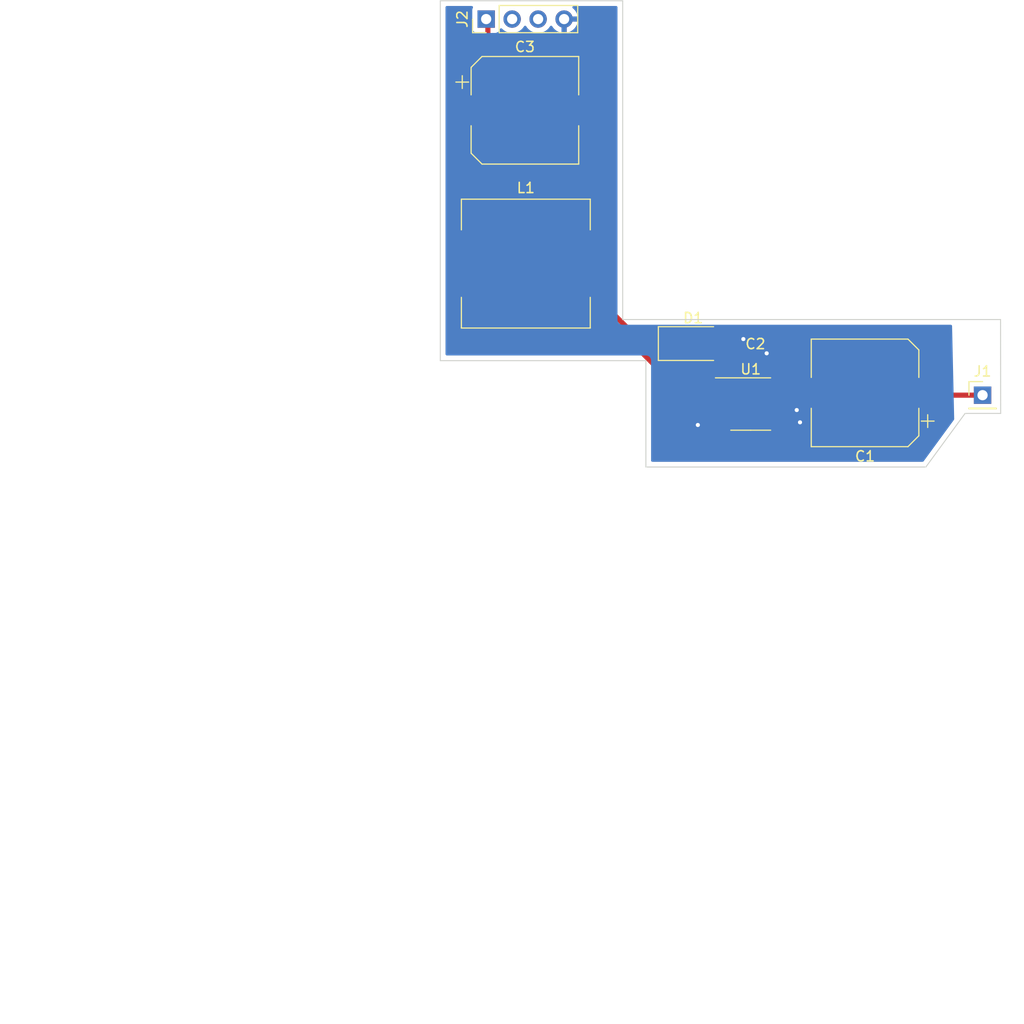
<source format=kicad_pcb>
(kicad_pcb (version 20211014) (generator pcbnew)
  (layers (0 "F.Cu" signal) (31 "B.Cu" signal) (34 "B.Paste" user) (35 "F.Paste" user) (36 "B.SilkS" user "B.Silkscreen") (37 "F.SilkS" user "F.Silkscreen") (38 "B.Mask" user) (39 "F.Mask" user) (44 "Edge.Cuts" user))
  (net 0 "")
  (net 1 "Net-(C1-Pad1)")
  (net 2 "Net-(C3-Pad1)")
  (net 3 "Net-(D1-Pad1)")
  (net 6 "GND")
  (footprint "Connector_PinHeader_2.54mm:PinHeader_1x01_P2.54mm_Vertical" (layer "F.Cu") (at 96 38.565)
    (fp_text reference "J1" (at 0 -2.33) (layer "F.SilkS"))
    (fp_text value "12V")
    (fp_line (start -1.33 1.27) (end 1.33 1.27) (layer "F.SilkS") (width 0.12))
    (fp_line (start 1.33 1.27) (end 1.33 1.33) (layer "F.SilkS") (width 0.12))
    (fp_line (start -1.33 -1.33) (end 0 -1.33) (layer "F.SilkS") (width 0.12))
    (fp_line (start -1.33 0) (end -1.33 -1.33) (layer "F.SilkS") (width 0.12))
    (fp_line (start -1.33 1.27) (end -1.33 1.33) (layer "F.SilkS") (width 0.12))
    (fp_line (start -1.33 1.33) (end 1.33 1.33) (layer "F.SilkS") (width 0.12))
    (pad "1" thru_hole rect locked (at 0 0) (size 1.7 1.7) (drill 1) (layers *.Cu *.Mask) (net 1 "Net-(C1-Pad1)"))
  )
  (footprint "Package_SO:SOP-8_3.9x4.9mm_P1.27mm" (layer "F.Cu") (at 73.33 39.43)
    (fp_text reference "U1" (at 0 -3.4) (layer "F.SilkS"))
    (fp_text value "XL-1509-3.3E1")
    (fp_line (start 0 -2.56) (end 1.95 -2.56) (layer "F.SilkS") (width 0.12))
    (fp_line (start 0 2.56) (end -1.95 2.56) (layer "F.SilkS") (width 0.12))
    (fp_line (start 0 -2.56) (end -3.45 -2.56) (layer "F.SilkS") (width 0.12))
    (fp_line (start 0 2.56) (end 1.95 2.56) (layer "F.SilkS") (width 0.12))
    (pad "1" smd roundrect locked (at -2.625 -1.905) (size 1.65 0.6) (layers "F.Cu" "F.Paste" "F.Mask") (net 1 "Net-(C1-Pad1)"))
    (pad "2" smd roundrect locked (at -2.625 -0.635) (size 1.65 0.6) (layers "F.Cu" "F.Paste" "F.Mask") (net 3 "Net-(D1-Pad1)"))
    (pad "3" smd roundrect locked (at -2.625 0.635) (size 1.65 0.6) (layers "F.Cu" "F.Paste" "F.Mask") (net 2 "Net-(C3-Pad1)"))
    (pad "4" smd roundrect locked (at -2.625 1.905) (size 1.65 0.6) (layers "F.Cu" "F.Paste" "F.Mask") (net 6 "GND"))
    (pad "5" smd roundrect locked (at 2.625 1.905) (size 1.65 0.6) (layers "F.Cu" "F.Paste" "F.Mask") (net 6 "GND"))
    (pad "6" smd roundrect locked (at 2.625 0.635) (size 1.65 0.6) (layers "F.Cu" "F.Paste" "F.Mask") (net 6 "GND"))
    (pad "7" smd roundrect locked (at 2.625 -0.635) (size 1.65 0.6) (layers "F.Cu" "F.Paste" "F.Mask") (net 6 "GND"))
    (pad "8" smd roundrect locked (at 2.625 -1.905) (size 1.65 0.6) (layers "F.Cu" "F.Paste" "F.Mask") (net 6 "GND"))
  )
  (footprint "Capacitor_SMD:CP_Elec_10x10" (layer "F.Cu") (at 84.51 38.34 180)
    (fp_text reference "C1" (at 0 -6.2) (layer "F.SilkS"))
    (fp_text value "470uF 35V")
    (fp_line (start -6.75 -2.76) (end -5.5 -2.76) (layer "F.SilkS") (width 0.12))
    (fp_line (start 5.26 5.26) (end 5.26 1.51) (layer "F.SilkS") (width 0.12))
    (fp_line (start -5.26 -4.195563) (end -4.195563 -5.26) (layer "F.SilkS") (width 0.12))
    (fp_line (start 5.26 -5.26) (end 5.26 -1.51) (layer "F.SilkS") (width 0.12))
    (fp_line (start -4.195563 -5.26) (end 5.26 -5.26) (layer "F.SilkS") (width 0.12))
    (fp_line (start -5.26 -4.195563) (end -5.26 -1.51) (layer "F.SilkS") (width 0.12))
    (fp_line (start -5.26 4.195563) (end -5.26 1.51) (layer "F.SilkS") (width 0.12))
    (fp_line (start -4.195563 5.26) (end 5.26 5.26) (layer "F.SilkS") (width 0.12))
    (fp_line (start -6.125 -3.385) (end -6.125 -2.135) (layer "F.SilkS") (width 0.12))
    (fp_line (start -5.26 4.195563) (end -4.195563 5.26) (layer "F.SilkS") (width 0.12))
    (pad "1" smd roundrect locked (at -4 0 180) (size 4 2.5) (layers "F.Cu" "F.Paste" "F.Mask") (roundrect_rratio 0.1) (net 1 "Net-(C1-Pad1)"))
    (pad "2" smd roundrect locked (at 4 0 180) (size 4 2.5) (layers "F.Cu" "F.Paste" "F.Mask") (roundrect_rratio 0.1) (net 6 "GND"))
  )
  (footprint "Capacitor_SMD:CP_Elec_10x10" (layer "F.Cu") (at 51.25 10.71)
    (fp_text reference "C3" (at 0 -6.2) (layer "F.SilkS"))
    (fp_text value "330uF 35V")
    (fp_line (start -4.195563 -5.26) (end 5.26 -5.26) (layer "F.SilkS") (width 0.12))
    (fp_line (start 5.26 -5.26) (end 5.26 -1.51) (layer "F.SilkS") (width 0.12))
    (fp_line (start 5.26 5.26) (end 5.26 1.51) (layer "F.SilkS") (width 0.12))
    (fp_line (start -5.26 -4.195563) (end -5.26 -1.51) (layer "F.SilkS") (width 0.12))
    (fp_line (start -5.26 -4.195563) (end -4.195563 -5.26) (layer "F.SilkS") (width 0.12))
    (fp_line (start -4.195563 5.26) (end 5.26 5.26) (layer "F.SilkS") (width 0.12))
    (fp_line (start -6.125 -3.385) (end -6.125 -2.135) (layer "F.SilkS") (width 0.12))
    (fp_line (start -5.26 4.195563) (end -5.26 1.51) (layer "F.SilkS") (width 0.12))
    (fp_line (start -5.26 4.195563) (end -4.195563 5.26) (layer "F.SilkS") (width 0.12))
    (fp_line (start -6.75 -2.76) (end -5.5 -2.76) (layer "F.SilkS") (width 0.12))
    (pad "1" smd roundrect locked (at -4 0) (size 4 2.5) (layers "F.Cu" "F.Paste" "F.Mask") (roundrect_rratio 0.1) (net 2 "Net-(C3-Pad1)"))
    (pad "2" smd roundrect locked (at 4 0) (size 4 2.5) (layers "F.Cu" "F.Paste" "F.Mask") (roundrect_rratio 0.1) (net 6 "GND"))
  )
  (footprint "Capacitor_SMD:C_0201_0603Metric" (layer "F.Cu") (at 73.79 34.61)
    (fp_text reference "C2" (at 0 -1.05) (layer "F.SilkS"))
    (fp_text value "1uF")
    (pad "1" smd roundrect locked (at -0.32 0) (size 0.46 0.4) (layers "F.Cu" "F.Mask") (net 1 "Net-(C1-Pad1)"))
    (pad "2" smd roundrect locked (at 0.32 0) (size 0.46 0.4) (layers "F.Cu" "F.Mask") (net 6 "GND"))
  )
  (footprint "Inductor_SMD:L_12x12mm_H8mm" (layer "F.Cu") (at 51.34 25.7)
    (fp_text reference "L1" (at 0 -7.4) (layer "F.SilkS"))
    (fp_text value "47uH / 2A")
    (fp_line (start 6.3 3.3) (end 6.3 6.3) (layer "F.SilkS") (width 0.12))
    (fp_line (start 6.3 6.3) (end -6.3 6.3) (layer "F.SilkS") (width 0.12))
    (fp_line (start -6.3 -6.3) (end 6.3 -6.3) (layer "F.SilkS") (width 0.12))
    (fp_line (start 6.3 -6.3) (end 6.3 -3.3) (layer "F.SilkS") (width 0.12))
    (fp_line (start -6.3 -3.3) (end -6.3 -6.3) (layer "F.SilkS") (width 0.12))
    (fp_line (start -6.3 6.3) (end -6.3 3.3) (layer "F.SilkS") (width 0.12))
    (pad "1" smd rect locked (at -4.95 0) (size 2.9 5.4) (layers "F.Cu" "F.Paste" "F.Mask") (net 3 "Net-(D1-Pad1)"))
    (pad "2" smd rect locked (at 4.95 0) (size 2.9 5.4) (layers "F.Cu" "F.Paste" "F.Mask") (net 2 "Net-(C3-Pad1)"))
  )
  (footprint "Diode_SMD:D_SMA" (layer "F.Cu") (at 67.7 33.52)
    (fp_text reference "D1" (at 0 -2.5) (layer "F.SilkS"))
    (fp_text value "SS34")
    (fp_line (start -3.4 -1.65) (end -3.4 1.65) (layer "F.SilkS") (width 0.12))
    (fp_line (start -3.4 1.65) (end 2 1.65) (layer "F.SilkS") (width 0.12))
    (fp_line (start -3.4 -1.65) (end 2 -1.65) (layer "F.SilkS") (width 0.12))
    (pad "1" smd rect locked (at -2 0) (size 2.5 1.8) (layers "F.Cu" "F.Paste" "F.Mask") (net 3 "Net-(D1-Pad1)"))
    (pad "2" smd rect locked (at 2 0) (size 2.5 1.8) (layers "F.Cu" "F.Paste" "F.Mask") (net 6 "GND"))
  )
  (footprint "Connector_PinHeader_2.54mm:PinHeader_1x04_P2.54mm_Vertical" (layer "F.Cu") (at 47.4625 1.79 90)
    (fp_text reference "J2" (at 0 -2.33 90) (layer "F.SilkS"))
    (fp_text value "i2c")
    (fp_line (start -1.33 0) (end -1.33 -1.33) (layer "F.SilkS") (width 0.12))
    (fp_line (start 1.33 1.27) (end 1.33 8.95) (layer "F.SilkS") (width 0.12))
    (fp_line (start -1.33 -1.33) (end 0 -1.33) (layer "F.SilkS") (width 0.12))
    (fp_line (start -1.33 1.27) (end -1.33 8.95) (layer "F.SilkS") (width 0.12))
    (fp_line (start -1.33 1.27) (end 1.33 1.27) (layer "F.SilkS") (width 0.12))
    (fp_line (start -1.33 8.95) (end 1.33 8.95) (layer "F.SilkS") (width 0.12))
    (pad "1" thru_hole rect locked (at 0 0 90) (size 1.7 1.7) (drill 1) (layers *.Cu *.Mask) (net 2 "Net-(C3-Pad1)"))
    (pad "2" thru_hole oval locked (at 0 2.54 90) (size 1.7 1.7) (drill 1) (layers *.Cu *.Mask))
    (pad "3" thru_hole oval locked (at 0 5.08 90) (size 1.7 1.7) (drill 1) (layers *.Cu *.Mask))
    (pad "4" thru_hole oval locked (at 0 7.62 90) (size 1.7 1.7) (drill 1) (layers *.Cu *.Mask) (net 6 "GND"))
  )
  (gr_line (start 42.98 0) (end 60.81 0) (layer "Edge.Cuts") (width 0.1))
  (gr_line (start 97.77 40.35) (end 97.76 31.17) (layer "Edge.Cuts") (width 0.1))
  (gr_line (start 90.47 45.57) (end 94.29 40.35) (layer "Edge.Cuts") (width 0.1))
  (gr_line (start 42.98 35.19) (end 42.98 0) (layer "Edge.Cuts") (width 0.1))
  (gr_line (start 97.77 40.35) (end 94.29 40.35) (layer "Edge.Cuts") (width 0.1))
  (gr_line (start 60.81 0) (end 60.81 31.17) (layer "Edge.Cuts") (width 0.1))
  (gr_line (start 60.81 31.17) (end 97.76 31.17) (layer "Edge.Cuts") (width 0.1))
  (gr_line (start 63.08 45.59) (end 63.08 35.19) (layer "Edge.Cuts") (width 0.1))
  (gr_line (start 63.08 35.19) (end 42.98 35.19) (layer "Edge.Cuts") (width 0.1))
  (gr_line (start 90.47 45.59) (end 63.08 45.59) (layer "Edge.Cuts") (width 0.1))
  (segment (start 88.51 38.34) (end 86.81048 36.64048) (width 0.5) (layer "F.Cu") (net 1))
  (segment (start 71.30952 36.64048) (end 70.59 37.36) (width 0.5) (layer "F.Cu") (net 1))
  (segment (start 96 38.565) (end 88.875 38.565) (width 0.5) (layer "F.Cu") (net 1))
  (segment (start 73.47 34.61) (end 71.43952 36.64048) (width 0.25) (layer "F.Cu") (net 1))
  (segment (start 88.875 38.565) (end 88.86 38.58) (width 0.5) (layer "F.Cu") (net 1))
  (segment (start 71.43952 36.64048) (end 71.30952 36.64048) (width 0.25) (layer "F.Cu") (net 1))
  (segment (start 86.81048 36.64048) (end 71.30952 36.64048) (width 0.5) (layer "F.Cu") (net 1))
  (segment (start 44.19 28.82) (end 44.19 13.89) (width 0.5) (layer "F.Cu") (net 2))
  (segment (start 56.29 25.7) (end 53.140489 28.849511) (width 0.5) (layer "F.Cu") (net 2))
  (segment (start 56.29 25.7) (end 56.29 27.992851) (width 0.5) (layer "F.Cu") (net 2))
  (segment (start 53.140489 28.849511) (end 44.219511 28.849511) (width 0.5) (layer "F.Cu") (net 2))
  (segment (start 44.219511 28.849511) (end 44.19 28.82) (width 0.5) (layer "F.Cu") (net 2))
  (segment (start 56.47 27.339022) (end 56.47 25.22) (width 0.5) (layer "F.Cu") (net 2))
  (segment (start 44.19 13.89) (end 47.24 10.84) (width 0.5) (layer "F.Cu") (net 2))
  (segment (start 68.362149 40.065) (end 70.705 40.065) (width 0.5) (layer "F.Cu") (net 2))
  (segment (start 47.63 10.33) (end 47.63 1.68) (width 0.5) (layer "F.Cu") (net 2))
  (segment (start 56.29 27.992851) (end 68.362149 40.065) (width 0.5) (layer "F.Cu") (net 2))
  (segment (start 47.25 10.71) (end 47.63 10.33) (width 0.5) (layer "F.Cu") (net 2))
  (segment (start 65.7 34.92) (end 69.63 38.85) (width 0.5) (layer "F.Cu") (net 3))
  (segment (start 58.350469 22.550489) (end 58.350469 29.06405) (width 0.5) (layer "F.Cu") (net 3))
  (segment (start 49.539511 22.550489) (end 58.350469 22.550489) (width 0.5) (layer "F.Cu") (net 3))
  (segment (start 62.526419 33.24) (end 65.54 33.24) (width 0.5) (layer "F.Cu") (net 3))
  (segment (start 69.63 38.85) (end 70.49 38.85) (width 0.5) (layer "F.Cu") (net 3))
  (segment (start 65.7 33.52) (end 65.7 34.92) (width 0.5) (layer "F.Cu") (net 3))
  (segment (start 58.350469 29.06405) (end 62.526419 33.24) (width 0.5) (layer "F.Cu") (net 3))
  (segment (start 65.38 33.31) (end 65.6 33.31) (width 0.5) (layer "F.Cu") (net 3))
  (segment (start 46.39 25.7) (end 49.539511 22.550489) (width 0.5) (layer "F.Cu") (net 3))
  (segment (start 80.51 38.34) (end 76.49 38.34) (width 0.5) (layer "F.Cu") (net 6))
  (segment (start 70.705 41.335) (end 68.305 41.335) (width 0.5) (layer "F.Cu") (net 6))
  (segment (start 78.035 41.335) (end 78.15 41.22) (width 0.5) (layer "F.Cu") (net 6))
  (segment (start 72.17 33.52) (end 72.61 33.08) (width 0.5) (layer "F.Cu") (net 6))
  (segment (start 55.0825 1.79) (end 55.0825 10.6925) (width 0.5) (layer "F.Cu") (net 6))
  (segment (start 75.91 37.57) (end 75.91 41.19) (width 0.5) (layer "F.Cu") (net 6))
  (segment (start 75.955 37.525) (end 75.91 37.57) (width 0.5) (layer "F.Cu") (net 6))
  (segment (start 76.49 38.34) (end 76.04 38.79) (width 0.5) (layer "F.Cu") (net 6))
  (segment (start 55.0825 10.6925) (end 55.28 10.89) (width 0.5) (layer "F.Cu") (net 6))
  (segment (start 75.955 41.335) (end 78.035 41.335) (width 0.5) (layer "F.Cu") (net 6))
  (segment (start 69.7 33.52) (end 71.55 33.52) (width 0.5) (layer "F.Cu") (net 6))
  (segment (start 68.305 41.335) (end 68.16 41.48) (width 0.5) (layer "F.Cu") (net 6))
  (segment (start 77.785 40.065) (end 77.83 40.02) (width 0.5) (layer "F.Cu") (net 6))
  (segment (start 74.75 34.61) (end 74.89 34.47) (width 0.25) (layer "F.Cu") (net 6))
  (segment (start 71.55 33.52) (end 72.17 33.52) (width 0.5) (layer "F.Cu") (net 6))
  (segment (start 74.11 34.61) (end 74.75 34.61) (width 0.25) (layer "F.Cu") (net 6))
  (segment (start 75.955 40.065) (end 77.785 40.065) (width 0.5) (layer "F.Cu") (net 6))
  (via (at 74.89 34.47) (size 0.8) (drill 0.4) (layers "F.Cu" "B.Cu") (net 6))
  (via (at 78.15 41.22) (size 0.8) (drill 0.4) (layers "F.Cu" "B.Cu") (net 6))
  (via (at 77.83 40.02) (size 0.8) (drill 0.4) (layers "F.Cu" "B.Cu") (net 6))
  (via (at 68.16 41.48) (size 0.8) (drill 0.4) (layers "F.Cu" "B.Cu") (net 6))
  (via (at 72.61 33.08) (size 0.8) (drill 0.4) (layers "F.Cu" "B.Cu") (net 6))
  (zone (net 6) (net_name "GND") (layer "B.Cu") (connect_pads (clearance 0.508)) (min_thickness 0.254) (fill yes (thermal_gap 0.508) (thermal_bridge_width 0.508))
    (polygon (pts (xy 60.68 31.21) (xy 93.01 31.42) (xy 93.24 41.5) (xy 90.25 45.45) (xy 63.11 45.51) (xy 63.22 35.05) (xy 43.08 35.05) (xy 43.08 0.13) (xy 60.71 0.13)))
  )
)
</source>
